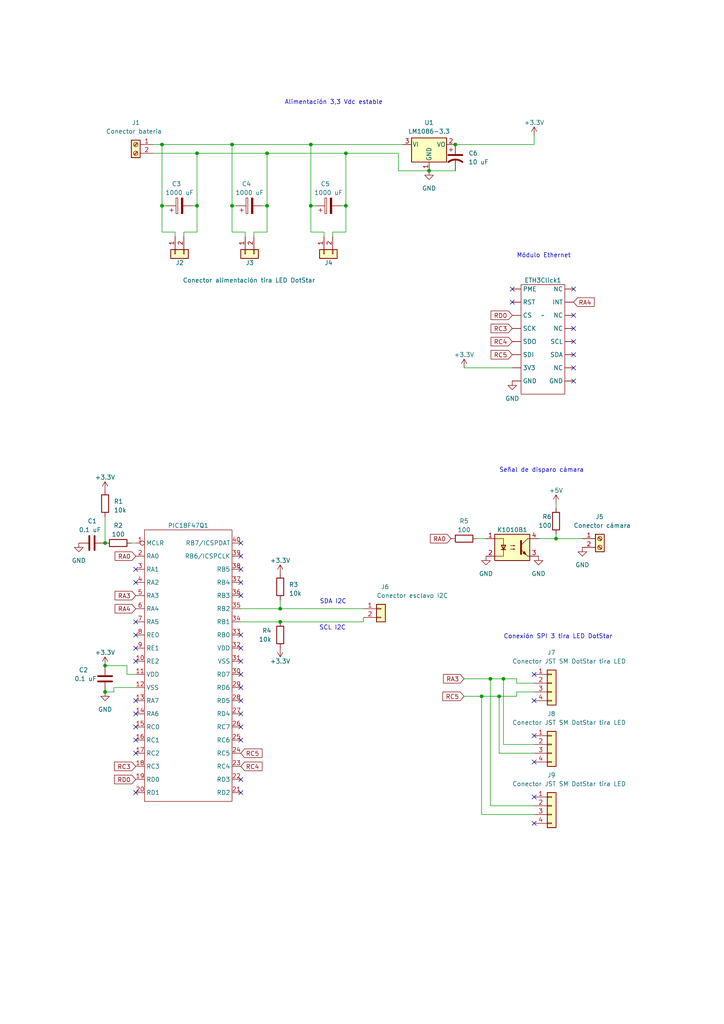
<source format=kicad_sch>
(kicad_sch (version 20230121) (generator eeschema)
  (paper "A4" portrait)
  (title_block (date "19/06/2023"))
  (lib_symbols
    (symbol "Connector:Screw_Terminal_01x02" (pin_names (offset 1.016) hide)
      (property "Reference" "J" (at 0 2.54 0))
      (property "Value" "Screw_Terminal_01x02" (at 0 -5.08 0))
      (symbol "Screw_Terminal_01x02_1_1"
        (rectangle (start -1.27 1.27) (end 1.27 -3.81) (stroke (width 0.254)) (fill (type background)))
        (circle (center 0 -2.54) (radius 0.635) (stroke (width 0.1524)))
        (polyline (pts (xy -0.5334 -2.2098) (xy 0.3302 -3.048)) (stroke (width 0.1524)))
        (polyline (pts (xy -0.5334 0.3302) (xy 0.3302 -0.508)) (stroke (width 0.1524)))
        (polyline (pts (xy -0.3556 -2.032) (xy 0.508 -2.8702)) (stroke (width 0.1524)))
        (polyline (pts (xy -0.3556 0.508) (xy 0.508 -0.3302)) (stroke (width 0.1524)))
        (circle (center 0 0) (radius 0.635) (stroke (width 0.1524)))
        (pin passive line (at -5.08 0 0) (length 3.81) (name "Pin_1") (number "1"))
        (pin passive line (at -5.08 -2.54 0) (length 3.81) (name "Pin_2") (number "2"))
      )
    )
    (symbol "Connector_Generic:Conn_01x02" (pin_names (offset 1.016) hide)
      (property "Reference" "J" (at 0 2.54 0))
      (property "Value" "Conn_01x02" (at 0 -5.08 0))
      (symbol "Conn_01x02_1_1"
        (rectangle (start -1.27 -2.413) (end 0 -2.667) (stroke (width 0.1524)))
        (rectangle (start -1.27 0.127) (end 0 -0.127) (stroke (width 0.1524)))
        (rectangle (start -1.27 1.27) (end 1.27 -3.81) (stroke (width 0.254)) (fill (type background)))
        (pin passive line (at -5.08 0 0) (length 3.81) (name "Pin_1") (number "1"))
        (pin passive line (at -5.08 -2.54 0) (length 3.81) (name "Pin_2") (number "2"))
      )
    )
    (symbol "Connector_Generic:Conn_01x04" (pin_names (offset 1.016) hide)
      (property "Reference" "J" (at 0 5.08 0))
      (property "Value" "Conn_01x04" (at 0 -7.62 0))
      (symbol "Conn_01x04_1_1"
        (rectangle (start -1.27 -4.953) (end 0 -5.207) (stroke (width 0.1524)))
        (rectangle (start -1.27 -2.413) (end 0 -2.667) (stroke (width 0.1524)))
        (rectangle (start -1.27 0.127) (end 0 -0.127) (stroke (width 0.1524)))
        (rectangle (start -1.27 2.667) (end 0 2.413) (stroke (width 0.1524)))
        (rectangle (start -1.27 3.81) (end 1.27 -6.35) (stroke (width 0.254)) (fill (type background)))
        (pin passive line (at -5.08 2.54 0) (length 3.81) (name "Pin_1") (number "1"))
        (pin passive line (at -5.08 0 0) (length 3.81) (name "Pin_2") (number "2"))
        (pin passive line (at -5.08 -2.54 0) (length 3.81) (name "Pin_3") (number "3"))
        (pin passive line (at -5.08 -5.08 0) (length 3.81) (name "Pin_4") (number "4"))
      )
    )
    (symbol "Device:C" (pin_numbers hide) (pin_names (offset 0.254))
      (property "Reference" "C" (at 0.635 2.54 0))
      (property "Value" "C" (at 0.635 -2.54 0))
      (symbol "C_0_1"
        (polyline (pts (xy -2.032 -0.762) (xy 2.032 -0.762)) (stroke (width 0.508)))
        (polyline (pts (xy -2.032 0.762) (xy 2.032 0.762)) (stroke (width 0.508)))
      )
      (symbol "C_1_1"
        (pin passive line (at 0 3.81 270) (length 2.794) (name "~") (number "1"))
        (pin passive line (at 0 -3.81 90) (length 2.794) (name "~") (number "2"))
      )
    )
    (symbol "Device:C_Polarized" (pin_numbers hide) (pin_names (offset 0.254))
      (property "Reference" "C" (at 0.635 2.54 0))
      (property "Value" "C_Polarized" (at 0.635 -2.54 0))
      (symbol "C_Polarized_0_1"
        (rectangle (start -2.286 0.508) (end 2.286 1.016))
        (polyline (pts (xy -1.778 2.286) (xy -0.762 2.286)))
        (polyline (pts (xy -1.27 2.794) (xy -1.27 1.778)))
        (rectangle (start 2.286 -0.508) (end -2.286 -1.016) (fill (type outline)))
      )
      (symbol "C_Polarized_1_1"
        (pin passive line (at 0 3.81 270) (length 2.794) (name "~") (number "1"))
        (pin passive line (at 0 -3.81 90) (length 2.794) (name "~") (number "2"))
      )
    )
    (symbol "Device:C_Polarized_US" (pin_numbers hide) (pin_names (offset 0.254) hide)
      (property "Reference" "C" (at 0.635 2.54 0))
      (property "Value" "C_Polarized_US" (at 0.635 -2.54 0))
      (symbol "C_Polarized_US_0_1"
        (polyline (pts (xy -2.032 0.762) (xy 2.032 0.762)) (stroke (width 0.508)))
        (polyline (pts (xy -1.778 2.286) (xy -0.762 2.286)))
        (polyline (pts (xy -1.27 1.778) (xy -1.27 2.794)))
        (arc (start 2.032 -1.27) (mid 0 -0.5572) (end -2.032 -1.27) (stroke (width 0.508)))
      )
      (symbol "C_Polarized_US_1_1"
        (pin passive line (at 0 3.81 270) (length 2.794) (name "~") (number "1"))
        (pin passive line (at 0 -3.81 90) (length 3.302) (name "~") (number "2"))
      )
    )
    (symbol "Device:R" (pin_numbers hide) (pin_names (offset 0))
      (property "Reference" "R" (at 2.032 0 90))
      (property "Value" "R" (at 0 0 90))
      (symbol "R_0_1"
        (rectangle (start -1.016 -2.54) (end 1.016 2.54) (stroke (width 0.254)))
      )
      (symbol "R_1_1"
        (pin passive line (at 0 3.81 270) (length 1.27) (name "~") (number "1"))
        (pin passive line (at 0 -3.81 90) (length 1.27) (name "~") (number "2"))
      )
    )
    (symbol "Isolator:LTV-356T" (pin_names (offset 1.016))
      (property "Reference" "U" (at -5.334 4.826 0))
      (property "Value" "LTV-356T" (at 0 5.08 0))
      (symbol "LTV-356T_0_1"
        (rectangle (start -5.08 3.81) (end 5.08 -3.81) (stroke (width 0.254)) (fill (type background)))
        (polyline (pts (xy -3.175 -0.635) (xy -1.905 -0.635)) (stroke (width 0.254)))
        (polyline (pts (xy 2.54 0.635) (xy 4.445 2.54)))
        (polyline (pts (xy 4.445 -2.54) (xy 2.54 -0.635)) (fill (type outline)))
        (polyline (pts (xy 4.445 -2.54) (xy 5.08 -2.54)))
        (polyline (pts (xy 4.445 2.54) (xy 5.08 2.54)))
        (polyline (pts (xy -5.08 2.54) (xy -2.54 2.54) (xy -2.54 -0.762)))
        (polyline (pts (xy -2.54 -0.635) (xy -2.54 -2.54) (xy -5.08 -2.54)))
        (polyline (pts (xy 2.54 1.905) (xy 2.54 -1.905) (xy 2.54 -1.905)) (stroke (width 0.508)))
        (polyline (pts (xy -2.54 -0.635) (xy -3.175 0.635) (xy -1.905 0.635) (xy -2.54 -0.635)) (stroke (width 0.254)))
        (polyline (pts (xy -0.508 -0.508) (xy 0.762 -0.508) (xy 0.381 -0.635) (xy 0.381 -0.381) (xy 0.762 -0.508)))
        (polyline (pts (xy -0.508 0.508) (xy 0.762 0.508) (xy 0.381 0.381) (xy 0.381 0.635) (xy 0.762 0.508)))
        (polyline (pts (xy 3.048 -1.651) (xy 3.556 -1.143) (xy 4.064 -2.159) (xy 3.048 -1.651) (xy 3.048 -1.651)) (fill (type outline)))
      )
      (symbol "LTV-356T_1_1"
        (pin passive line (at -7.62 2.54 0) (length 2.54) (name "~") (number "1"))
        (pin passive line (at -7.62 -2.54 0) (length 2.54) (name "~") (number "2"))
        (pin passive line (at 7.62 -2.54 180) (length 2.54) (name "~") (number "3"))
        (pin passive line (at 7.62 2.54 180) (length 2.54) (name "~") (number "4"))
      )
    )
    (symbol "PIC18F47Q10:LAN9250"
      (property "Reference" "ETH3Click1" (at 0 10.16 0))
      (property "Value" "~" (at 0 0 0))
      (symbol "LAN9250_0_1"
        (rectangle (start -6.35 8.89) (end 6.35 -22.86))
      )
      (symbol "LAN9250_1_1"
        (pin input line (at -8.89 -15.24 0) (length 2.54) (name "3V3") (number ""))
        (pin input line (at -8.89 0 0) (length 2.54) (name "CS") (number ""))
        (pin input line (at -8.89 -19.05 0) (length 2.54) (name "GND") (number ""))
        (pin input line (at 8.89 -19.05 180) (length 2.54) (name "GND") (number ""))
        (pin input line (at 8.89 3.81 180) (length 2.54) (name "INT") (number ""))
        (pin input line (at 8.89 -15.24 180) (length 2.54) (name "NC") (number ""))
        (pin input line (at 8.89 -3.81 180) (length 2.54) (name "NC") (number ""))
        (pin input line (at 8.89 0 180) (length 2.54) (name "NC") (number ""))
        (pin input line (at 8.89 7.62 180) (length 2.54) (name "NC") (number ""))
        (pin input line (at -8.89 7.62 0) (length 2.54) (name "PME") (number ""))
        (pin input line (at -8.89 3.81 0) (length 2.54) (name "RST") (number ""))
        (pin input line (at -8.89 -3.81 0) (length 2.54) (name "SCK") (number ""))
        (pin input line (at 8.89 -7.62 180) (length 2.54) (name "SCL") (number ""))
        (pin input line (at 8.89 -11.43 180) (length 2.54) (name "SDA") (number ""))
        (pin input line (at -8.89 -11.43 0) (length 2.54) (name "SDI") (number ""))
        (pin output line (at -8.89 -7.62 0) (length 2.54) (name "SDO") (number ""))
      )
    )
    (symbol "PIC18F47Q10:PIC18F47Q10"
      (property "Reference" "PIC18F47Q10" (at 1.27 67.31 0))
      (symbol "PIC18F47Q10_0_1"
        (rectangle (start -11.43 66.04) (end 13.97 -12.7))
      )
      (symbol "PIC18F47Q10_1_1"
        (pin bidirectional inverted (at -13.97 62.23 0) (length 2.54) (name "MCLR") (number "1"))
        (pin bidirectional line (at -13.97 27.94 0) (length 2.54) (name "RE2") (number "10"))
        (pin power_in line (at -13.97 24.13 0) (length 2.54) (name "VDD") (number "11"))
        (pin power_in line (at -13.97 20.32 0) (length 2.54) (name "VSS") (number "12"))
        (pin bidirectional line (at -13.97 16.51 0) (length 2.54) (name "RA7") (number "13"))
        (pin bidirectional line (at -13.97 12.7 0) (length 2.54) (name "RA6") (number "14"))
        (pin bidirectional line (at -13.97 8.89 0) (length 2.54) (name "RC0") (number "15"))
        (pin bidirectional line (at -13.97 5.08 0) (length 2.54) (name "RC1") (number "16"))
        (pin bidirectional line (at -13.97 1.27 0) (length 2.54) (name "RC2") (number "17"))
        (pin bidirectional line (at -13.97 -2.54 0) (length 2.54) (name "RC3") (number "18"))
        (pin bidirectional line (at -13.97 -6.35 0) (length 2.54) (name "RD0") (number "19"))
        (pin bidirectional line (at -13.97 58.42 0) (length 2.54) (name "RA0") (number "2"))
        (pin bidirectional line (at -13.97 -10.16 0) (length 2.54) (name "RD1") (number "20"))
        (pin bidirectional line (at 16.51 -10.16 180) (length 2.54) (name "RD2") (number "21"))
        (pin bidirectional line (at 16.51 -6.35 180) (length 2.54) (name "RD3") (number "22"))
        (pin bidirectional line (at 16.51 -2.54 180) (length 2.54) (name "RC4") (number "23"))
        (pin bidirectional line (at 16.51 1.27 180) (length 2.54) (name "RC5") (number "24"))
        (pin bidirectional line (at 16.51 5.08 180) (length 2.54) (name "RC6") (number "25"))
        (pin bidirectional line (at 16.51 8.89 180) (length 2.54) (name "RC7") (number "26"))
        (pin bidirectional line (at 16.51 12.7 180) (length 2.54) (name "RD4") (number "27"))
        (pin bidirectional line (at 16.51 16.51 180) (length 2.54) (name "RD5") (number "28"))
        (pin bidirectional line (at 16.51 20.32 180) (length 2.54) (name "RD6") (number "29"))
        (pin bidirectional line (at -13.97 54.61 0) (length 2.54) (name "RA1") (number "3"))
        (pin bidirectional line (at 16.51 24.13 180) (length 2.54) (name "RD7") (number "30"))
        (pin power_in line (at 16.51 27.94 180) (length 2.54) (name "VSS") (number "31"))
        (pin power_in line (at 16.51 31.75 180) (length 2.54) (name "VDD") (number "32"))
        (pin bidirectional line (at 16.51 35.56 180) (length 2.54) (name "RB0") (number "33"))
        (pin bidirectional line (at 16.51 39.37 180) (length 2.54) (name "RB1") (number "34"))
        (pin bidirectional line (at 16.51 43.18 180) (length 2.54) (name "RB2") (number "35"))
        (pin bidirectional line (at 16.51 46.99 180) (length 2.54) (name "RB3") (number "36"))
        (pin bidirectional line (at 16.51 50.8 180) (length 2.54) (name "RB4") (number "37"))
        (pin bidirectional line (at 16.51 54.61 180) (length 2.54) (name "RB5") (number "38"))
        (pin bidirectional line (at 16.51 58.42 180) (length 2.54) (name "RB6/ICSPCLK") (number "39"))
        (pin bidirectional line (at -13.97 50.8 0) (length 2.54) (name "RA2") (number "4"))
        (pin bidirectional line (at 16.51 62.23 180) (length 2.54) (name "RB7/ICSPDAT") (number "40"))
        (pin bidirectional line (at -13.97 46.99 0) (length 2.54) (name "RA3") (number "5"))
        (pin bidirectional line (at -13.97 43.18 0) (length 2.54) (name "RA4") (number "6"))
        (pin bidirectional line (at -13.97 39.37 0) (length 2.54) (name "RA5") (number "7"))
        (pin bidirectional line (at -13.97 35.56 0) (length 2.54) (name "RE0") (number "8"))
        (pin bidirectional line (at -13.97 31.75 0) (length 2.54) (name "RE1") (number "9"))
      )
    )
    (symbol "Regulator_Linear:LM1084-3.3" (pin_names (offset 0.254))
      (property "Reference" "U" (at -3.81 3.175 0))
      (property "Value" "LM1084-3.3" (at 0 3.175 0))
      (symbol "LM1084-3.3_0_1"
        (rectangle (start -5.08 1.905) (end 5.08 -5.08) (stroke (width 0.254)) (fill (type background)))
      )
      (symbol "LM1084-3.3_1_1"
        (pin power_in line (at 0 -7.62 90) (length 2.54) (name "GND") (number "1"))
        (pin power_out line (at 7.62 0 180) (length 2.54) (name "VO") (number "2"))
        (pin power_in line (at -7.62 0 0) (length 2.54) (name "VI") (number "3"))
      )
    )
    (symbol "power:+3.3V" (power) (pin_names (offset 0))
      (property "Value" "+3.3V" (at 0 3.556 0))
      (symbol "+3.3V_0_1"
        (polyline (pts (xy -0.762 1.27) (xy 0 2.54)))
        (polyline (pts (xy 0 0) (xy 0 2.54)))
        (polyline (pts (xy 0 2.54) (xy 0.762 1.27)))
      )
      (symbol "+3.3V_1_1"
        (pin power_in line (at 0 0 90) (length 0) hide (name "+3.3V") (number "1"))
      )
    )
    (symbol "power:+5V" (power) (pin_names (offset 0))
      (property "Value" "+5V" (at 0 3.556 0))
      (symbol "+5V_0_1"
        (polyline (pts (xy -0.762 1.27) (xy 0 2.54)))
        (polyline (pts (xy 0 0) (xy 0 2.54)))
        (polyline (pts (xy 0 2.54) (xy 0.762 1.27)))
      )
      (symbol "+5V_1_1"
        (pin power_in line (at 0 0 90) (length 0) hide (name "+5V") (number "1"))
      )
    )
    (symbol "power:GND" (power) (pin_names (offset 0))
      (property "Value" "GND" (at 0 -3.81 0))
      (symbol "GND_0_1"
        (polyline (pts (xy 0 0) (xy 0 -1.27) (xy 1.27 -1.27) (xy 0 -2.54) (xy -1.27 -1.27) (xy 0 -1.27)))
      )
      (symbol "GND_1_1"
        (pin power_in line (at 0 0 270) (length 0) hide (name "GND") (number "1"))
      )
    )
  )
  (junction (at 100.33 44.45))
  (junction (at 161.29 156.21))
  (junction (at 77.47 59.69))
  (junction (at 142.24 196.85))
  (junction (at 30.48 193.04))
  (junction (at 46.99 59.69))
  (junction (at 144.78 201.93))
  (junction (at 57.15 44.45))
  (junction (at 30.48 157.48))
  (junction (at 90.17 41.91))
  (junction (at 90.17 59.69))
  (junction (at 67.31 41.91))
  (junction (at 146.05 196.85))
  (junction (at 81.28 176.53))
  (junction (at 124.46 49.53))
  (junction (at 132.08 41.91))
  (junction (at 46.99 41.91))
  (junction (at 100.33 59.69))
  (junction (at 77.47 44.45))
  (junction (at 139.7 201.93))
  (junction (at 30.48 200.66))
  (junction (at 67.31 59.69))
  (junction (at 81.28 180.34))
  (junction (at 57.15 59.69))
  (no_connect (at 166.37 83.82))
  (no_connect (at 69.85 229.87))
  (no_connect (at 154.94 220.98))
  (no_connect (at 166.37 91.44))
  (no_connect (at 69.85 203.2))
  (no_connect (at 39.37 214.63))
  (no_connect (at 39.37 187.96))
  (no_connect (at 69.85 214.63))
  (no_connect (at 39.37 210.82))
  (no_connect (at 69.85 187.96))
  (no_connect (at 39.37 168.91))
  (no_connect (at 69.85 191.77))
  (no_connect (at 154.94 203.2))
  (no_connect (at 39.37 180.34))
  (no_connect (at 39.37 203.2))
  (no_connect (at 154.94 231.14))
  (no_connect (at 69.85 157.48))
  (no_connect (at 154.94 213.36))
  (no_connect (at 39.37 207.01))
  (no_connect (at 69.85 226.06))
  (no_connect (at 39.37 184.15))
  (no_connect (at 154.94 238.76))
  (no_connect (at 69.85 161.29))
  (no_connect (at 166.37 95.25))
  (no_connect (at 154.94 195.58))
  (no_connect (at 39.37 229.87))
  (no_connect (at 69.85 168.91))
  (no_connect (at 148.59 83.82))
  (no_connect (at 166.37 110.49))
  (no_connect (at 69.85 184.15))
  (no_connect (at 148.59 87.63))
  (no_connect (at 69.85 199.39))
  (no_connect (at 69.85 172.72))
  (no_connect (at 39.37 165.1))
  (no_connect (at 166.37 99.06))
  (no_connect (at 166.37 106.68))
  (no_connect (at 69.85 207.01))
  (no_connect (at 69.85 210.82))
  (no_connect (at 69.85 165.1))
  (no_connect (at 69.85 195.58))
  (no_connect (at 39.37 218.44))
  (no_connect (at 39.37 191.77))
  (no_connect (at 166.37 102.87))
  (wire (pts (xy 161.29 146.05) (xy 161.29 147.32)))
  (wire (pts (xy 46.99 67.31) (xy 46.99 59.69)))
  (wire (pts (xy 50.8 68.58) (xy 50.8 67.31)))
  (wire (pts (xy 44.45 41.91) (xy 46.99 41.91)))
  (wire (pts (xy 39.37 199.39) (xy 33.02 199.39)))
  (wire (pts (xy 134.62 201.93) (xy 139.7 201.93)))
  (wire (pts (xy 33.02 200.66) (xy 30.48 200.66)))
  (wire (pts (xy 67.31 41.91) (xy 90.17 41.91)))
  (wire (pts (xy 149.86 198.12) (xy 154.94 198.12)))
  (wire (pts (xy 149.86 196.85) (xy 149.86 198.12)))
  (wire (pts (xy 77.47 44.45) (xy 100.33 44.45)))
  (wire (pts (xy 161.29 156.21) (xy 156.21 156.21)))
  (wire (pts (xy 44.45 44.45) (xy 57.15 44.45)))
  (wire (pts (xy 96.52 68.58) (xy 96.52 67.31)))
  (wire (pts (xy 146.05 215.9) (xy 154.94 215.9)))
  (wire (pts (xy 93.98 67.31) (xy 90.17 67.31)))
  (wire (pts (xy 100.33 59.69) (xy 100.33 67.31)))
  (wire (pts (xy 146.05 215.9) (xy 146.05 196.85)))
  (wire (pts (xy 144.78 218.44) (xy 154.94 218.44)))
  (wire (pts (xy 90.17 41.91) (xy 116.84 41.91)))
  (wire (pts (xy 67.31 67.31) (xy 67.31 59.69)))
  (wire (pts (xy 46.99 59.69) (xy 48.26 59.69)))
  (wire (pts (xy 50.8 67.31) (xy 46.99 67.31)))
  (wire (pts (xy 39.37 195.58) (xy 36.83 195.58)))
  (wire (pts (xy 144.78 201.93) (xy 149.86 201.93)))
  (wire (pts (xy 115.57 44.45) (xy 115.57 49.53)))
  (wire (pts (xy 30.48 193.04) (xy 36.83 193.04)))
  (wire (pts (xy 139.7 201.93) (xy 139.7 236.22)))
  (wire (pts (xy 100.33 44.45) (xy 115.57 44.45)))
  (wire (pts (xy 154.94 236.22) (xy 139.7 236.22)))
  (wire (pts (xy 46.99 41.91) (xy 46.99 59.69)))
  (wire (pts (xy 100.33 44.45) (xy 100.33 59.69)))
  (wire (pts (xy 30.48 149.86) (xy 30.48 157.48)))
  (wire (pts (xy 38.1 157.48) (xy 39.37 157.48)))
  (wire (pts (xy 90.17 59.69) (xy 91.44 59.69)))
  (wire (pts (xy 90.17 67.31) (xy 90.17 59.69)))
  (wire (pts (xy 134.62 106.68) (xy 148.59 106.68)))
  (wire (pts (xy 90.17 41.91) (xy 90.17 59.69)))
  (wire (pts (xy 73.66 68.58) (xy 73.66 67.31)))
  (wire (pts (xy 69.85 176.53) (xy 81.28 176.53)))
  (wire (pts (xy 77.47 44.45) (xy 77.47 59.69)))
  (wire (pts (xy 139.7 201.93) (xy 144.78 201.93)))
  (wire (pts (xy 105.41 179.07) (xy 105.41 180.34)))
  (wire (pts (xy 168.91 156.21) (xy 161.29 156.21)))
  (wire (pts (xy 93.98 68.58) (xy 93.98 67.31)))
  (wire (pts (xy 142.24 233.68) (xy 142.24 196.85)))
  (wire (pts (xy 55.88 59.69) (xy 57.15 59.69)))
  (wire (pts (xy 76.2 59.69) (xy 77.47 59.69)))
  (wire (pts (xy 53.34 67.31) (xy 57.15 67.31)))
  (wire (pts (xy 96.52 67.31) (xy 100.33 67.31)))
  (wire (pts (xy 73.66 67.31) (xy 77.47 67.31)))
  (wire (pts (xy 132.08 41.91) (xy 154.94 41.91)))
  (wire (pts (xy 99.06 59.69) (xy 100.33 59.69)))
  (wire (pts (xy 149.86 201.93) (xy 149.86 200.66)))
  (wire (pts (xy 115.57 49.53) (xy 124.46 49.53)))
  (wire (pts (xy 46.99 41.91) (xy 67.31 41.91)))
  (wire (pts (xy 149.86 200.66) (xy 154.94 200.66)))
  (wire (pts (xy 57.15 44.45) (xy 77.47 44.45)))
  (wire (pts (xy 154.94 39.37) (xy 154.94 41.91)))
  (wire (pts (xy 67.31 59.69) (xy 68.58 59.69)))
  (wire (pts (xy 57.15 44.45) (xy 57.15 59.69)))
  (wire (pts (xy 161.29 154.94) (xy 161.29 156.21)))
  (wire (pts (xy 81.28 176.53) (xy 105.41 176.53)))
  (wire (pts (xy 77.47 59.69) (xy 77.47 67.31)))
  (wire (pts (xy 134.62 196.85) (xy 142.24 196.85)))
  (wire (pts (xy 57.15 59.69) (xy 57.15 67.31)))
  (wire (pts (xy 142.24 233.68) (xy 154.94 233.68)))
  (wire (pts (xy 53.34 68.58) (xy 53.34 67.31)))
  (wire (pts (xy 71.12 67.31) (xy 67.31 67.31)))
  (wire (pts (xy 124.46 49.53) (xy 132.08 49.53)))
  (wire (pts (xy 71.12 68.58) (xy 71.12 67.31)))
  (wire (pts (xy 36.83 193.04) (xy 36.83 195.58)))
  (wire (pts (xy 67.31 41.91) (xy 67.31 59.69)))
  (wire (pts (xy 69.85 180.34) (xy 81.28 180.34)))
  (wire (pts (xy 33.02 199.39) (xy 33.02 200.66)))
  (wire (pts (xy 144.78 218.44) (xy 144.78 201.93)))
  (wire (pts (xy 81.28 173.99) (xy 81.28 176.53)))
  (wire (pts (xy 81.28 180.34) (xy 105.41 180.34)))
  (wire (pts (xy 138.43 156.21) (xy 140.97 156.21)))
  (wire (pts (xy 146.05 196.85) (xy 149.86 196.85)))
  (wire (pts (xy 142.24 196.85) (xy 146.05 196.85)))
  (text "SCL I2C" (at 100.33 182.88 0) (effects (font (size 1.27 1.27)) (justify right bottom)))
  (text "Señal de disparo cámara" (at 144.78 137.16 0) (effects (font (size 1.27 1.27)) (justify left bottom)))
  (text "Módulo Ethernet" (at 149.86 74.93 0) (effects (font (size 1.27 1.27)) (justify left bottom)))
  (text "Conexión SPI 3 tira LED DotStar" (at 146.05 185.42 0) (effects (font (size 1.27 1.27)) (justify left bottom)))
  (text "SDA I2C" (at 92.71 175.26 0) (effects (font (size 1.27 1.27)) (justify left bottom)))
  (text "Alimentación 3,3 Vdc estable" (at 82.55 30.48 0) (effects (font (size 1.27 1.27)) (justify left bottom)))
  (global_label "RC4" (shape input) (at 148.59 99.06 180) (property "Intersheetrefs" "${INTERSHEET_REFS}" (effects hide)))
  (global_label "RC3" (shape input) (at 148.59 95.25 180) (property "Intersheetrefs" "${INTERSHEET_REFS}" (effects hide)))
  (global_label "RD0" (shape input) (at 39.37 226.06 180) (property "Intersheetrefs" "${INTERSHEET_REFS}" (effects hide)))
  (global_label "RA3" (shape input) (at 134.62 196.85 180) (property "Intersheetrefs" "${INTERSHEET_REFS}" (effects hide)))
  (global_label "RA0" (shape input) (at 39.37 161.29 180) (property "Intersheetrefs" "${INTERSHEET_REFS}" (effects hide)))
  (global_label "RC5" (shape input) (at 69.85 218.44 0) (property "Intersheetrefs" "${INTERSHEET_REFS}" (effects hide)))
  (global_label "RD0" (shape input) (at 148.59 91.44 180) (property "Intersheetrefs" "${INTERSHEET_REFS}" (effects hide)))
  (global_label "RC4" (shape input) (at 69.85 222.25 0) (property "Intersheetrefs" "${INTERSHEET_REFS}" (effects hide)))
  (global_label "RA0" (shape input) (at 130.81 156.21 180) (property "Intersheetrefs" "${INTERSHEET_REFS}" (effects hide)))
  (global_label "RC3" (shape input) (at 39.37 222.25 180) (property "Intersheetrefs" "${INTERSHEET_REFS}" (effects hide)))
  (global_label "RC5" (shape input) (at 134.62 201.93 180) (property "Intersheetrefs" "${INTERSHEET_REFS}" (effects hide)))
  (global_label "RA4" (shape input) (at 166.37 87.63 0) (property "Intersheetrefs" "${INTERSHEET_REFS}" (effects hide)))
  (global_label "RC5" (shape input) (at 148.59 102.87 180) (property "Intersheetrefs" "${INTERSHEET_REFS}" (effects hide)))
  (global_label "RA4" (shape input) (at 39.37 176.53 180) (property "Intersheetrefs" "${INTERSHEET_REFS}" (effects hide)))
  (global_label "RA3" (shape input) (at 39.37 172.72 180) (property "Intersheetrefs" "${INTERSHEET_REFS}" (effects hide)))
  (symbol (lib_id "Connector_Generic:Conn_01x02") (at 110.49 176.53 0) (unit 1)
    (property "Reference" "J6" (at 110.49 170.18 0) (effects (justify left)))
    (property "Value" "Conector esclavo I2C" (at 109.22 172.72 0) (effects (justify left)))
  )
  (symbol (lib_id "power:+3.3V") (at 134.62 106.68 0) (unit 1)
    (property "Reference" "#PWR09" (effects hide))
    (property "Value" "+3.3V" (at 134.62 102.87 0))
  )
  (symbol (lib_id "Connector_Generic:Conn_01x04") (at 160.02 215.9 0) (unit 1)
    (property "Reference" "J8" (at 158.75 207.01 0) (effects (justify left)))
    (property "Value" "Conector JST SM DotStar tira LED" (at 148.59 209.55 0) (effects (justify left)))
  )
  (symbol (lib_id "Device:R") (at 34.29 157.48 90) (unit 1)
    (property "Reference" "R2" (at 34.29 152.4 90))
    (property "Value" "100" (at 34.29 154.94 90))
  )
  (symbol (lib_id "power:GND") (at 124.46 49.53 0) (unit 1)
    (property "Reference" "#PWR08" (effects hide))
    (property "Value" "GND" (at 124.46 54.61 0))
  )
  (symbol (lib_id "Connector_Generic:Conn_01x04") (at 160.02 198.12 0) (unit 1)
    (property "Reference" "J7" (at 158.75 189.23 0) (effects (justify left)))
    (property "Value" "Conector JST SM DotStar tira LED" (at 148.59 191.77 0) (effects (justify left)))
  )
  (symbol (lib_id "power:GND") (at 140.97 161.29 0) (mirror y) (unit 1)
    (property "Reference" "#PWR011" (effects hide))
    (property "Value" "GND" (at 140.97 166.37 0))
  )
  (symbol (lib_id "Device:R") (at 81.28 170.18 0) (unit 1)
    (property "Reference" "R3" (at 83.82 169.545 0) (effects (justify left)))
    (property "Value" "10k" (at 83.82 172.085 0) (effects (justify left)))
  )
  (symbol (lib_id "power:+5V") (at 161.29 146.05 0) (unit 1)
    (property "Reference" "#PWR04" (effects hide))
    (property "Value" "+5V" (at 161.29 142.24 0))
  )
  (symbol (lib_id "Device:C_Polarized_US") (at 132.08 45.72 0) (unit 1)
    (property "Reference" "C6" (at 135.89 44.45 0) (effects (justify left)))
    (property "Value" "10 uF" (at 135.89 46.99 0) (effects (justify left)))
  )
  (symbol (lib_id "Connector_Generic:Conn_01x04") (at 160.02 233.68 0) (unit 1)
    (property "Reference" "J9" (at 158.75 224.79 0) (effects (justify left)))
    (property "Value" "Conector JST SM DotStar tira LED" (at 148.59 227.33 0) (effects (justify left)))
  )
  (symbol (lib_id "Connector_Generic:Conn_01x02") (at 50.8 73.66 90) (mirror x) (unit 1)
    (property "Reference" "J2" (at 53.34 76.2 90) (effects (justify left)))
    (property "Value" "Conector alimentación tira LED DotStar" (effects hide))
  )
  (symbol (lib_id "Isolator:LTV-356T") (at 148.59 158.75 0) (unit 1)
    (property "Reference" "K1010B1" (at 148.59 153.67 0))
    (property "Value" "LTV-356T" (effects hide))
    (property "Footprint" "Package_SO:SO-4_4.4x3.6mm_P2.54mm" (effects hide))
    (property "Datasheet" "http://optoelectronics.liteon.com/upload/download/DS70-2001-010/S_110_LTV-356T%2020140520.pdf" (effects hide))
  )
  (symbol (lib_id "Device:C_Polarized") (at 95.25 59.69 90) (unit 1)
    (property "Reference" "C5" (at 94.361 53.34 90))
    (property "Value" "1000 uF" (at 95.25 55.88 90))
  )
  (symbol (lib_id "power:+3.3V") (at 30.48 142.24 0) (unit 1)
    (property "Reference" "#PWR02" (effects hide))
    (property "Value" "+3.3V" (at 30.48 138.43 0))
  )
  (symbol (lib_id "power:+3.3V") (at 154.94 39.37 0) (unit 1)
    (property "Reference" "#PWR010" (effects hide))
    (property "Value" "+3.3V" (at 154.94 35.56 0))
  )
  (symbol (lib_id "PIC18F47Q10:PIC18F47Q10") (at 53.34 219.71 0) (unit 1)
    (property "Reference" "PIC18F47Q1" (at 54.61 152.4 0))
    (property "Value" "~" (at 63.5 226.06 0))
  )
  (symbol (lib_id "Regulator_Linear:LM1084-3.3") (at 124.46 41.91 0) (unit 1)
    (property "Reference" "U1" (at 124.46 35.56 0))
    (property "Value" "LM1086-3.3" (at 124.46 38.1 0))
    (property "Datasheet" "http://www.ti.com/lit/ds/symlink/lm1084.pdf" (effects hide))
  )
  (symbol (lib_id "Connector:Screw_Terminal_01x02") (at 39.37 41.91 0) (mirror y) (unit 1)
    (property "Reference" "J1" (at 40.64 35.56 0) (effects (justify left)))
    (property "Value" "Conector bateria" (at 46.99 38.1 0) (effects (justify left)))
  )
  (symbol (lib_id "power:GND") (at 22.86 157.48 0) (unit 1)
    (property "Reference" "#PWR01" (effects hide))
    (property "Value" "GND" (at 22.86 162.56 0))
  )
  (symbol (lib_id "power:GND") (at 156.21 161.29 0) (mirror y) (unit 1)
    (property "Reference" "#PWR013" (effects hide))
    (property "Value" "GND" (at 156.21 166.37 0))
  )
  (symbol (lib_id "Connector_Generic:Conn_01x02") (at 71.12 73.66 90) (mirror x) (unit 1)
    (property "Reference" "J3" (at 73.66 76.2 90) (effects (justify left)))
    (property "Value" "Conector alimentación tira LED DotStar" (effects hide))
  )
  (symbol (lib_id "Device:R") (at 81.28 184.15 180) (unit 1)
    (property "Reference" "R4" (at 78.74 182.88 0) (effects (justify left)))
    (property "Value" "10k" (at 78.74 185.42 0) (effects (justify left)))
  )
  (symbol (lib_id "Device:C") (at 26.67 157.48 270) (unit 1)
    (property "Reference" "C1" (at 25.4 151.13 90) (effects (justify left)))
    (property "Value" "0.1 uF" (at 22.86 153.67 90) (effects (justify left)))
  )
  (symbol (lib_id "power:GND") (at 148.59 110.49 0) (unit 1)
    (property "Reference" "#PWR012" (effects hide))
    (property "Value" "GND" (at 148.59 115.57 0))
  )
  (symbol (lib_id "power:GND") (at 168.91 158.75 0) (mirror y) (unit 1)
    (property "Reference" "#PWR015" (effects hide))
    (property "Value" "GND" (at 168.91 163.83 0))
  )
  (symbol (lib_id "Connector:Screw_Terminal_01x02") (at 173.99 156.21 0) (unit 1)
    (property "Reference" "J5" (at 172.72 149.86 0) (effects (justify left)))
    (property "Value" "Conector cámara" (at 166.37 152.4 0) (effects (justify left)))
  )
  (symbol (lib_id "PIC18F47Q10:LAN9250") (at 157.48 91.44 0) (unit 1)
    (property "Reference" "ETH3Click1" (at 157.48 81.28 0))
    (property "Value" "~" (at 157.48 91.44 0))
  )
  (symbol (lib_id "power:+3.3V") (at 81.28 166.37 0) (unit 1)
    (property "Reference" "#PWR06" (effects hide))
    (property "Value" "+3.3V" (at 81.28 162.56 0))
  )
  (symbol (lib_id "Connector_Generic:Conn_01x02") (at 93.98 73.66 90) (mirror x) (unit 1)
    (property "Reference" "J4" (at 96.52 76.2 90) (effects (justify left)))
    (property "Value" "Conector alimentación tira LED DotStar" (at 91.44 81.28 90) (effects (justify left)))
  )
  (symbol (lib_id "power:+3.3V") (at 30.48 193.04 0) (unit 1)
    (property "Reference" "#PWR03" (effects hide))
    (property "Value" "+3.3V" (at 30.48 189.23 0))
  )
  (symbol (lib_id "Device:C") (at 30.48 196.85 0) (unit 1)
    (property "Reference" "C2" (at 22.86 194.31 0) (effects (justify left)))
    (property "Value" "0.1 uF" (at 21.59 196.85 0) (effects (justify left)))
  )
  (symbol (lib_id "Device:R") (at 134.62 156.21 270) (mirror x) (unit 1)
    (property "Reference" "R5" (at 134.62 151.13 90))
    (property "Value" "100" (at 134.62 153.67 90))
  )
  (symbol (lib_id "Device:C_Polarized") (at 52.07 59.69 90) (unit 1)
    (property "Reference" "C3" (at 51.181 53.34 90))
    (property "Value" "1000 uF" (at 52.07 55.88 90))
  )
  (symbol (lib_id "power:+3.3V") (at 81.28 187.96 180) (unit 1)
    (property "Reference" "#PWR07" (effects hide))
    (property "Value" "+3.3V" (at 81.28 191.77 0))
  )
  (symbol (lib_id "power:GND") (at 30.48 200.66 0) (unit 1)
    (property "Reference" "#PWR05" (effects hide))
    (property "Value" "GND" (at 30.48 205.74 0))
  )
  (symbol (lib_id "Device:C_Polarized") (at 72.39 59.69 90) (unit 1)
    (property "Reference" "C4" (at 71.501 53.34 90))
    (property "Value" "1000 uF" (at 72.39 55.88 90))
  )
  (symbol (lib_id "Device:R") (at 161.29 151.13 0) (mirror y) (unit 1)
    (property "Reference" "R6" (at 160.02 149.86 0) (effects (justify left)))
    (property "Value" "100" (at 160.02 152.4 0) (effects (justify left)))
  )
  (symbol (lib_id "Device:R") (at 30.48 146.05 0) (unit 1)
    (property "Reference" "R1" (at 33.02 145.415 0) (effects (justify left)))
    (property "Value" "10k" (at 33.02 147.955 0) (effects (justify left)))
  )
)
</source>
